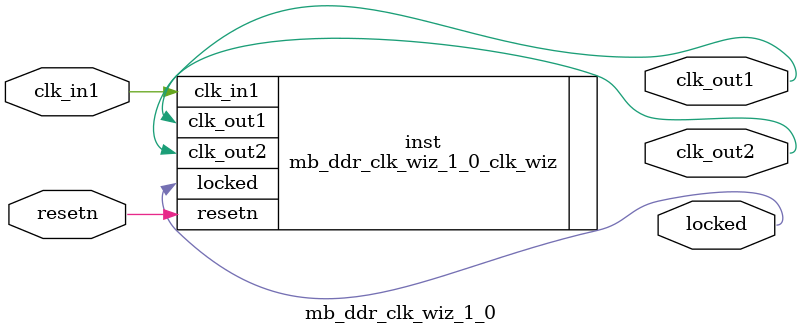
<source format=v>


`timescale 1ps/1ps

(* CORE_GENERATION_INFO = "mb_ddr_clk_wiz_1_0,clk_wiz_v5_3_3_0,{component_name=mb_ddr_clk_wiz_1_0,use_phase_alignment=true,use_min_o_jitter=false,use_max_i_jitter=false,use_dyn_phase_shift=false,use_inclk_switchover=false,use_dyn_reconfig=false,enable_axi=0,feedback_source=FDBK_AUTO,PRIMITIVE=MMCM,num_out_clk=2,clkin1_period=10.0,clkin2_period=10.0,use_power_down=false,use_reset=true,use_locked=true,use_inclk_stopped=false,feedback_type=SINGLE,CLOCK_MGR_TYPE=NA,manual_override=false}" *)

module mb_ddr_clk_wiz_1_0 
 (
  // Clock out ports
  output        clk_out1,
  output        clk_out2,
  // Status and control signals
  input         resetn,
  output        locked,
 // Clock in ports
  input         clk_in1
 );

  mb_ddr_clk_wiz_1_0_clk_wiz inst
  (
  // Clock out ports  
  .clk_out1(clk_out1),
  .clk_out2(clk_out2),
  // Status and control signals               
  .resetn(resetn), 
  .locked(locked),
 // Clock in ports
  .clk_in1(clk_in1)
  );

endmodule

</source>
